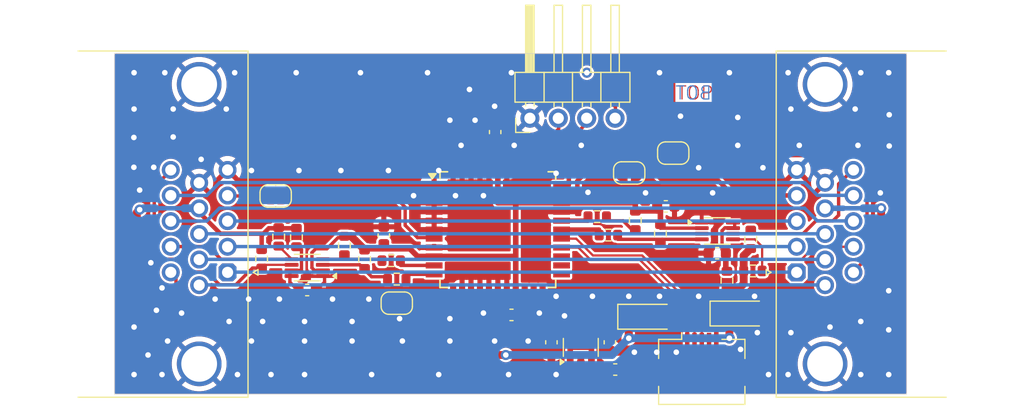
<source format=kicad_pcb>
(kicad_pcb
	(version 20241229)
	(generator "pcbnew")
	(generator_version "9.0")
	(general
		(thickness 1.6)
		(legacy_teardrops no)
	)
	(paper "A4")
	(layers
		(0 "F.Cu" signal)
		(2 "B.Cu" signal)
		(9 "F.Adhes" user "F.Adhesive")
		(11 "B.Adhes" user "B.Adhesive")
		(13 "F.Paste" user)
		(15 "B.Paste" user)
		(5 "F.SilkS" user "F.Silkscreen")
		(7 "B.SilkS" user "B.Silkscreen")
		(1 "F.Mask" user)
		(3 "B.Mask" user)
		(17 "Dwgs.User" user "User.Drawings")
		(19 "Cmts.User" user "User.Comments")
		(21 "Eco1.User" user "User.Eco1")
		(23 "Eco2.User" user "User.Eco2")
		(25 "Edge.Cuts" user)
		(27 "Margin" user)
		(31 "F.CrtYd" user "F.Courtyard")
		(29 "B.CrtYd" user "B.Courtyard")
		(35 "F.Fab" user)
		(33 "B.Fab" user)
		(39 "User.1" user)
		(41 "User.2" user)
		(43 "User.3" user)
		(45 "User.4" user)
		(47 "User.5" user)
		(49 "User.6" user)
		(51 "User.7" user)
		(53 "User.8" user)
		(55 "User.9" user)
	)
	(setup
		(pad_to_mask_clearance 0)
		(allow_soldermask_bridges_in_footprints no)
		(tenting front back)
		(pcbplotparams
			(layerselection 0x00000000_00000000_55555555_5755f5ff)
			(plot_on_all_layers_selection 0x00000000_00000000_00000000_00000000)
			(disableapertmacros no)
			(usegerberextensions no)
			(usegerberattributes yes)
			(usegerberadvancedattributes yes)
			(creategerberjobfile yes)
			(dashed_line_dash_ratio 12.000000)
			(dashed_line_gap_ratio 3.000000)
			(svgprecision 4)
			(plotframeref no)
			(mode 1)
			(useauxorigin no)
			(hpglpennumber 1)
			(hpglpenspeed 20)
			(hpglpendiameter 15.000000)
			(pdf_front_fp_property_popups yes)
			(pdf_back_fp_property_popups yes)
			(pdf_metadata yes)
			(pdf_single_document no)
			(dxfpolygonmode yes)
			(dxfimperialunits yes)
			(dxfusepcbnewfont yes)
			(psnegative no)
			(psa4output no)
			(plot_black_and_white yes)
			(plotinvisibletext no)
			(sketchpadsonfab no)
			(plotpadnumbers no)
			(hidednponfab no)
			(sketchdnponfab yes)
			(crossoutdnponfab yes)
			(subtractmaskfromsilk no)
			(outputformat 1)
			(mirror no)
			(drillshape 1)
			(scaleselection 1)
			(outputdirectory "")
		)
	)
	(net 0 "")
	(net 1 "Net-(U2-BP)")
	(net 2 "+5V")
	(net 3 "Net-(U3-EN)")
	(net 4 "GND")
	(net 5 "Net-(U4-EN)")
	(net 6 "Net-(J1-Pin_3)")
	(net 7 "Net-(J1-Pin_2)")
	(net 8 "unconnected-(J4-ID-Pad4)")
	(net 9 "Net-(JP2-B)")
	(net 10 "Net-(JP3-B)")
	(net 11 "+3.3V")
	(net 12 "Net-(JP4-A)")
	(net 13 "Net-(JP5-A)")
	(net 14 "Net-(U1-PE1)")
	(net 15 "Net-(U3-SCL1)")
	(net 16 "Net-(U3-SDA1)")
	(net 17 "Net-(U1-PE0)")
	(net 18 "Net-(U1-PC1)")
	(net 19 "Net-(U4-SCL1)")
	(net 20 "Net-(U1-PC0)")
	(net 21 "Net-(U4-SDA1)")
	(net 22 "Net-(U1-PD0)")
	(net 23 "unconnected-(U1-PR1{slash}XTAL1-Pad37)")
	(net 24 "Net-(D1-A)")
	(net 25 "Net-(D2-A)")
	(net 26 "unconnected-(U1-PR0{slash}XTAL2-Pad36)")
	(net 27 "USB_DN")
	(net 28 "USB_DP")
	(net 29 "SRC_ID3_SCL")
	(net 30 "SRC_ID1_SDA")
	(net 31 "DPY_ID3_SCL")
	(net 32 "DPY_ID1_SDA")
	(net 33 "DPY_ID0_RES")
	(net 34 "DPY_ID2_RES")
	(net 35 "SRC_ID0_RES")
	(net 36 "SRC_ID2_RES")
	(net 37 "RED_RET")
	(net 38 "BLU")
	(net 39 "HSYNC")
	(net 40 "VSYNC")
	(net 41 "GRN")
	(net 42 "GRN_RET")
	(net 43 "RED")
	(net 44 "BLU_RET")
	(footprint "Capacitor_SMD:C_0603_1608Metric" (layer "F.Cu") (at 157.8661 118.0386))
	(footprint "Jumper:SolderJumper-2_P1.3mm_Open_RoundedPad1.0x1.5mm" (layer "F.Cu") (at 127.493 102.5146 180))
	(footprint "Jumper:SolderJumper-2_P1.3mm_Open_RoundedPad1.0x1.5mm" (layer "F.Cu") (at 159.116 100.457 180))
	(footprint "Capacitor_SMD:C_0603_1608Metric" (layer "F.Cu") (at 166.9861 107.6336 180))
	(footprint "Capacitor_SMD:C_0603_1608Metric" (layer "F.Cu") (at 130.3111 110.9286 180))
	(footprint "Resistor_SMD:R_0603_1608Metric" (layer "F.Cu") (at 129.3511 106.2286 -90))
	(footprint "Package_SO:VSSOP-8_2.3x2mm_P0.5mm" (layer "F.Cu") (at 166.9991 105.6426))
	(footprint "Connector_Dsub:DSUB-15-HD_Pins_Horizontal_P2.29x2.54mm_EdgePinOffset8.35mm_Housed_MountingHolesOffset10.89mm" (layer "F.Cu") (at 174.094669 109.349 90))
	(footprint "Connector_USB:USB_Micro-B_Amphenol_10104110_Horizontal" (layer "F.Cu") (at 165.6061 117))
	(footprint "Resistor_SMD:R_0603_1608Metric" (layer "F.Cu") (at 157.2561 106.0146 180))
	(footprint "Diode_SMD:D_MiniMELF" (layer "F.Cu") (at 169.009 113.03))
	(footprint "Capacitor_SMD:C_0603_1608Metric" (layer "F.Cu") (at 137.1661 106.0486 90))
	(footprint "Capacitor_SMD:C_0603_1608Metric" (layer "F.Cu") (at 147.1261 96.7986 90))
	(footprint "Jumper:SolderJumper-2_P1.3mm_Open_RoundedPad1.0x1.5mm" (layer "F.Cu") (at 163.053 98.679 180))
	(footprint "Resistor_SMD:R_0603_1608Metric" (layer "F.Cu") (at 127.762 106.172 90))
	(footprint "Resistor_SMD:R_0603_1608Metric" (layer "F.Cu") (at 156.2561 104.3636 180))
	(footprint "Capacitor_SMD:C_0603_1608Metric" (layer "F.Cu") (at 162.3911 103.4436))
	(footprint "Resistor_SMD:R_0603_1608Metric" (layer "F.Cu") (at 135.4461 108.1736 90))
	(footprint "Diode_SMD:D_MiniMELF" (layer "F.Cu") (at 160.7561 113.3186))
	(footprint "Resistor_SMD:R_0603_1608Metric" (layer "F.Cu") (at 138.3241 109.9516 180))
	(footprint "Connector_Dsub:DSUB-15-HD_Socket_Horizontal_P2.29x2.54mm_EdgePinOffset8.35mm_Housed_MountingHolesOffset10.89mm" (layer "F.Cu") (at 123.19 109.347 -90))
	(footprint "Resistor_SMD:R_0603_1608Metric" (layer "F.Cu") (at 169.9861 106.3936 -90))
	(footprint "Resistor_SMD:R_0603_1608Metric"
		(layer "F.Cu")
		(uuid "a6fad6be-2660-43ba-bd8c-05769414f1f8")
		(at 159.6611 104.6986 90)
		(descr "Resistor SMD 0603 (1608 Metric), square (rectangular) end terminal, IPC_7351 nominal, (Body size source: IPC-SM-782 page 72, https://www.pcb-3d.com/wordpress/wp-content/uploads/ipc-sm-782a_amendment_1_and_2.pdf), generated with kicad-footprint-generator")
		(tags "resistor")
		(property "Reference" "R14"
			(at -2.6164 -0.0221 90)
			(layer "F.SilkS")
			(hide yes)

... [434712 chars truncated]
</source>
